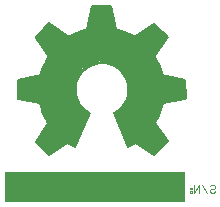
<source format=gbo>
G75*
G70*
%OFA0B0*%
%FSLAX24Y24*%
%IPPOS*%
%LPD*%
%AMOC8*
5,1,8,0,0,1.08239X$1,22.5*
%
%ADD10C,0.0020*%
%ADD11R,0.6000X0.1000*%
%ADD12C,0.0080*%
%ADD13C,0.0060*%
D10*
X012973Y008960D02*
X013017Y008960D01*
X013017Y009003D01*
X012973Y009003D01*
X012973Y008960D01*
X013101Y008960D02*
X013101Y009220D01*
X013017Y009133D02*
X013017Y009090D01*
X012973Y009090D01*
X012973Y009133D01*
X013017Y009133D01*
X013101Y008960D02*
X013274Y009220D01*
X013274Y008960D01*
X013532Y008960D02*
X013359Y009220D01*
X013617Y009177D02*
X013660Y009220D01*
X013747Y009220D01*
X013790Y009177D01*
X013790Y009133D01*
X013747Y009090D01*
X013660Y009090D01*
X013617Y009047D01*
X013617Y009003D01*
X013660Y008960D01*
X013747Y008960D01*
X013790Y009003D01*
D11*
X009800Y009150D03*
D12*
X007970Y011940D02*
X007220Y012080D01*
X007220Y012730D01*
X007980Y012880D01*
X008250Y013500D02*
X007810Y014140D01*
X008270Y014610D01*
X008930Y014160D01*
X009540Y014410D02*
X009690Y015190D01*
X010340Y015190D01*
X010490Y014410D01*
X011090Y014160D02*
X011750Y014600D01*
X012210Y014140D01*
X011770Y013500D01*
X012040Y012880D02*
X012800Y012730D01*
X012800Y012080D01*
X012050Y011940D01*
X011790Y011290D02*
X012210Y010670D01*
X011750Y010210D01*
X011150Y010620D01*
X010890Y010470D01*
X010420Y011610D01*
X011790Y011290D02*
X011840Y011377D01*
X011886Y011466D01*
X011928Y011558D01*
X011965Y011651D01*
X011998Y011746D01*
X012026Y011842D01*
X012050Y011940D01*
X011090Y014160D02*
X011009Y014206D01*
X010927Y014248D01*
X010842Y014286D01*
X010756Y014320D01*
X010669Y014351D01*
X010580Y014377D01*
X010490Y014400D01*
X010420Y011610D02*
X010472Y011638D01*
X010522Y011670D01*
X010569Y011705D01*
X010614Y011742D01*
X010657Y011783D01*
X010696Y011826D01*
X010733Y011872D01*
X010767Y011921D01*
X010797Y011971D01*
X010824Y012023D01*
X010847Y012078D01*
X010867Y012133D01*
X010883Y012190D01*
X010895Y012247D01*
X010903Y012305D01*
X010907Y012364D01*
X010908Y012423D01*
X010904Y012482D01*
X010897Y012540D01*
X010886Y012598D01*
X010871Y012655D01*
X010852Y012710D01*
X010829Y012765D01*
X010803Y012817D01*
X010774Y012868D01*
X010741Y012917D01*
X010705Y012964D01*
X010666Y013008D01*
X010624Y013049D01*
X010579Y013087D01*
X010532Y013123D01*
X010483Y013155D01*
X010432Y013184D01*
X010379Y013209D01*
X010324Y013231D01*
X010268Y013249D01*
X010211Y013263D01*
X010153Y013274D01*
X010095Y013280D01*
X010036Y013283D01*
X009977Y013282D01*
X009918Y013277D01*
X009860Y013268D01*
X009803Y013255D01*
X009747Y013238D01*
X009691Y013218D01*
X009638Y013194D01*
X009586Y013166D01*
X009536Y013135D01*
X009488Y013101D01*
X009442Y013063D01*
X009399Y013023D01*
X009359Y012980D01*
X009322Y012935D01*
X009288Y012887D01*
X009257Y012836D01*
X009230Y012784D01*
X009206Y012731D01*
X009186Y012675D01*
X009170Y012619D01*
X009157Y012561D01*
X009148Y012503D01*
X009143Y012445D01*
X009142Y012386D01*
X009145Y012327D01*
X009152Y012269D01*
X009163Y012211D01*
X009177Y012154D01*
X009195Y012098D01*
X009217Y012043D01*
X009243Y011990D01*
X009272Y011939D01*
X009304Y011890D01*
X009340Y011843D01*
X009378Y011799D01*
X009420Y011757D01*
X009464Y011718D01*
X009511Y011682D01*
X009559Y011650D01*
X009610Y011620D01*
X009610Y011610D02*
X009130Y010470D01*
X008870Y010620D01*
X008270Y010210D01*
X007810Y010660D01*
X008230Y011280D01*
X007980Y012880D02*
X008006Y012973D01*
X008036Y013065D01*
X008071Y013156D01*
X008109Y013245D01*
X008152Y013332D01*
X008199Y013417D01*
X008250Y013500D01*
X007970Y011939D02*
X007990Y011853D01*
X008013Y011767D01*
X008040Y011682D01*
X008071Y011598D01*
X008106Y011516D01*
X008144Y011435D01*
X008185Y011356D01*
X008230Y011279D01*
X012040Y012880D02*
X012014Y012974D01*
X011984Y013066D01*
X011949Y013156D01*
X011910Y013245D01*
X011868Y013332D01*
X011821Y013417D01*
X011770Y013500D01*
X009540Y014410D02*
X009449Y014387D01*
X009358Y014359D01*
X009269Y014327D01*
X009182Y014291D01*
X009096Y014251D01*
X009012Y014208D01*
X008930Y014160D01*
D13*
X008921Y014131D02*
X011079Y014131D01*
X011080Y014130D02*
X010470Y014390D01*
X010320Y015160D01*
X009700Y015150D01*
X009560Y014380D01*
X008920Y014130D01*
X008260Y014580D01*
X007840Y014130D01*
X008270Y013500D01*
X007980Y012840D01*
X007220Y012700D01*
X007240Y012100D01*
X008030Y011960D01*
X008240Y011220D01*
X007850Y010670D01*
X008270Y010250D01*
X008880Y010660D01*
X009110Y010520D01*
X009570Y011620D01*
X009180Y011990D01*
X009110Y012560D01*
X009380Y013100D01*
X009990Y013330D01*
X010570Y013170D01*
X010900Y012740D01*
X010940Y012240D01*
X010720Y011760D01*
X010460Y011580D01*
X010900Y010510D01*
X011150Y010680D01*
X011760Y010250D01*
X012180Y010670D01*
X011750Y011290D01*
X012050Y011980D01*
X012810Y012110D01*
X012780Y012730D01*
X012020Y012850D01*
X011750Y013520D01*
X012160Y014150D01*
X011750Y014560D01*
X011080Y014130D01*
X011081Y014131D02*
X012147Y014131D01*
X012121Y014189D02*
X011172Y014189D01*
X011263Y014248D02*
X012062Y014248D01*
X012004Y014306D02*
X011354Y014306D01*
X011445Y014365D02*
X011945Y014365D01*
X011887Y014423D02*
X011537Y014423D01*
X011628Y014482D02*
X011828Y014482D01*
X011770Y014540D02*
X011719Y014540D01*
X012109Y014072D02*
X007880Y014072D01*
X007919Y014014D02*
X012071Y014014D01*
X012033Y013955D02*
X007959Y013955D01*
X007999Y013897D02*
X011995Y013897D01*
X011957Y013838D02*
X008039Y013838D01*
X008079Y013780D02*
X011919Y013780D01*
X011881Y013721D02*
X008119Y013721D01*
X008159Y013663D02*
X011843Y013663D01*
X011805Y013604D02*
X008199Y013604D01*
X008239Y013546D02*
X011767Y013546D01*
X011763Y013487D02*
X008264Y013487D01*
X008239Y013429D02*
X011787Y013429D01*
X011810Y013370D02*
X008213Y013370D01*
X008187Y013312D02*
X009941Y013312D01*
X010057Y013312D02*
X011834Y013312D01*
X011858Y013253D02*
X010269Y013253D01*
X010481Y013195D02*
X011881Y013195D01*
X011905Y013136D02*
X010596Y013136D01*
X010641Y013078D02*
X011928Y013078D01*
X011952Y013019D02*
X010686Y013019D01*
X010731Y012961D02*
X011975Y012961D01*
X011999Y012902D02*
X010776Y012902D01*
X010821Y012844D02*
X012061Y012844D01*
X012431Y012785D02*
X010865Y012785D01*
X010901Y012727D02*
X012780Y012727D01*
X012783Y012668D02*
X010906Y012668D01*
X010910Y012610D02*
X012786Y012610D01*
X012789Y012551D02*
X010915Y012551D01*
X010920Y012493D02*
X012791Y012493D01*
X012794Y012434D02*
X010924Y012434D01*
X010929Y012376D02*
X012797Y012376D01*
X012800Y012317D02*
X010934Y012317D01*
X010939Y012259D02*
X012803Y012259D01*
X012806Y012200D02*
X010922Y012200D01*
X010895Y012142D02*
X012808Y012142D01*
X012652Y012083D02*
X010868Y012083D01*
X010841Y012025D02*
X012310Y012025D01*
X012044Y011966D02*
X010814Y011966D01*
X010788Y011908D02*
X012018Y011908D01*
X011993Y011849D02*
X010761Y011849D01*
X010734Y011791D02*
X011968Y011791D01*
X011942Y011732D02*
X010680Y011732D01*
X010595Y011674D02*
X011917Y011674D01*
X011891Y011615D02*
X010511Y011615D01*
X010470Y011557D02*
X011866Y011557D01*
X011840Y011498D02*
X010494Y011498D01*
X010518Y011440D02*
X011815Y011440D01*
X011790Y011381D02*
X010542Y011381D01*
X010566Y011323D02*
X011764Y011323D01*
X011768Y011264D02*
X010590Y011264D01*
X010614Y011206D02*
X011809Y011206D01*
X011849Y011147D02*
X010638Y011147D01*
X010662Y011089D02*
X011890Y011089D01*
X011930Y011030D02*
X010686Y011030D01*
X010710Y010972D02*
X011971Y010972D01*
X012011Y010913D02*
X010734Y010913D01*
X010758Y010855D02*
X012052Y010855D01*
X012093Y010796D02*
X010782Y010796D01*
X010806Y010738D02*
X012133Y010738D01*
X012174Y010679D02*
X011151Y010679D01*
X011149Y010679D02*
X010830Y010679D01*
X010855Y010621D02*
X011063Y010621D01*
X010977Y010562D02*
X010879Y010562D01*
X011234Y010621D02*
X012131Y010621D01*
X012072Y010562D02*
X011317Y010562D01*
X011400Y010504D02*
X012014Y010504D01*
X011955Y010445D02*
X011483Y010445D01*
X011566Y010387D02*
X011897Y010387D01*
X011838Y010328D02*
X011649Y010328D01*
X011732Y010270D02*
X011780Y010270D01*
X009786Y013253D02*
X008161Y013253D01*
X008136Y013195D02*
X009631Y013195D01*
X009476Y013136D02*
X008110Y013136D01*
X008084Y013078D02*
X009369Y013078D01*
X009340Y013019D02*
X008059Y013019D01*
X008033Y012961D02*
X009310Y012961D01*
X009281Y012902D02*
X008007Y012902D01*
X007982Y012844D02*
X009252Y012844D01*
X009223Y012785D02*
X007682Y012785D01*
X007364Y012727D02*
X009193Y012727D01*
X009164Y012668D02*
X007221Y012668D01*
X007223Y012610D02*
X009135Y012610D01*
X009111Y012551D02*
X007225Y012551D01*
X007227Y012493D02*
X009118Y012493D01*
X009125Y012434D02*
X007229Y012434D01*
X007231Y012376D02*
X009133Y012376D01*
X009140Y012317D02*
X007233Y012317D01*
X007235Y012259D02*
X009147Y012259D01*
X009154Y012200D02*
X007237Y012200D01*
X007239Y012142D02*
X009161Y012142D01*
X009169Y012083D02*
X007336Y012083D01*
X007666Y012025D02*
X009176Y012025D01*
X009205Y011966D02*
X007996Y011966D01*
X008045Y011908D02*
X009267Y011908D01*
X009329Y011849D02*
X008061Y011849D01*
X008078Y011791D02*
X009390Y011791D01*
X009452Y011732D02*
X008095Y011732D01*
X008111Y011674D02*
X009514Y011674D01*
X009568Y011615D02*
X008128Y011615D01*
X008144Y011557D02*
X009543Y011557D01*
X009519Y011498D02*
X008161Y011498D01*
X008178Y011440D02*
X009495Y011440D01*
X009470Y011381D02*
X008194Y011381D01*
X008211Y011323D02*
X009446Y011323D01*
X009421Y011264D02*
X008228Y011264D01*
X008230Y011206D02*
X009397Y011206D01*
X009372Y011147D02*
X008188Y011147D01*
X008147Y011089D02*
X009348Y011089D01*
X009323Y011030D02*
X008105Y011030D01*
X008064Y010972D02*
X009299Y010972D01*
X009274Y010913D02*
X008022Y010913D01*
X007981Y010855D02*
X009250Y010855D01*
X009225Y010796D02*
X007939Y010796D01*
X007898Y010738D02*
X009201Y010738D01*
X009177Y010679D02*
X007856Y010679D01*
X007899Y010621D02*
X008821Y010621D01*
X008734Y010562D02*
X007958Y010562D01*
X008016Y010504D02*
X008647Y010504D01*
X008560Y010445D02*
X008075Y010445D01*
X008133Y010387D02*
X008473Y010387D01*
X008386Y010328D02*
X008192Y010328D01*
X008250Y010270D02*
X008299Y010270D01*
X008945Y010621D02*
X009152Y010621D01*
X009128Y010562D02*
X009041Y010562D01*
X008919Y014131D02*
X007841Y014131D01*
X007895Y014189D02*
X008833Y014189D01*
X008748Y014248D02*
X007950Y014248D01*
X008004Y014306D02*
X008662Y014306D01*
X008576Y014365D02*
X008059Y014365D01*
X008114Y014423D02*
X008490Y014423D01*
X008404Y014482D02*
X008168Y014482D01*
X008223Y014540D02*
X008319Y014540D01*
X009071Y014189D02*
X010941Y014189D01*
X010804Y014248D02*
X009221Y014248D01*
X009371Y014306D02*
X010667Y014306D01*
X010530Y014365D02*
X009520Y014365D01*
X009568Y014423D02*
X010464Y014423D01*
X010452Y014482D02*
X009578Y014482D01*
X009589Y014540D02*
X010441Y014540D01*
X010429Y014599D02*
X009600Y014599D01*
X009610Y014657D02*
X010418Y014657D01*
X010407Y014716D02*
X009621Y014716D01*
X009632Y014774D02*
X010395Y014774D01*
X010384Y014833D02*
X009642Y014833D01*
X009653Y014891D02*
X010372Y014891D01*
X010361Y014950D02*
X009664Y014950D01*
X009674Y015008D02*
X010350Y015008D01*
X010338Y015067D02*
X009685Y015067D01*
X009695Y015125D02*
X010327Y015125D01*
M02*

</source>
